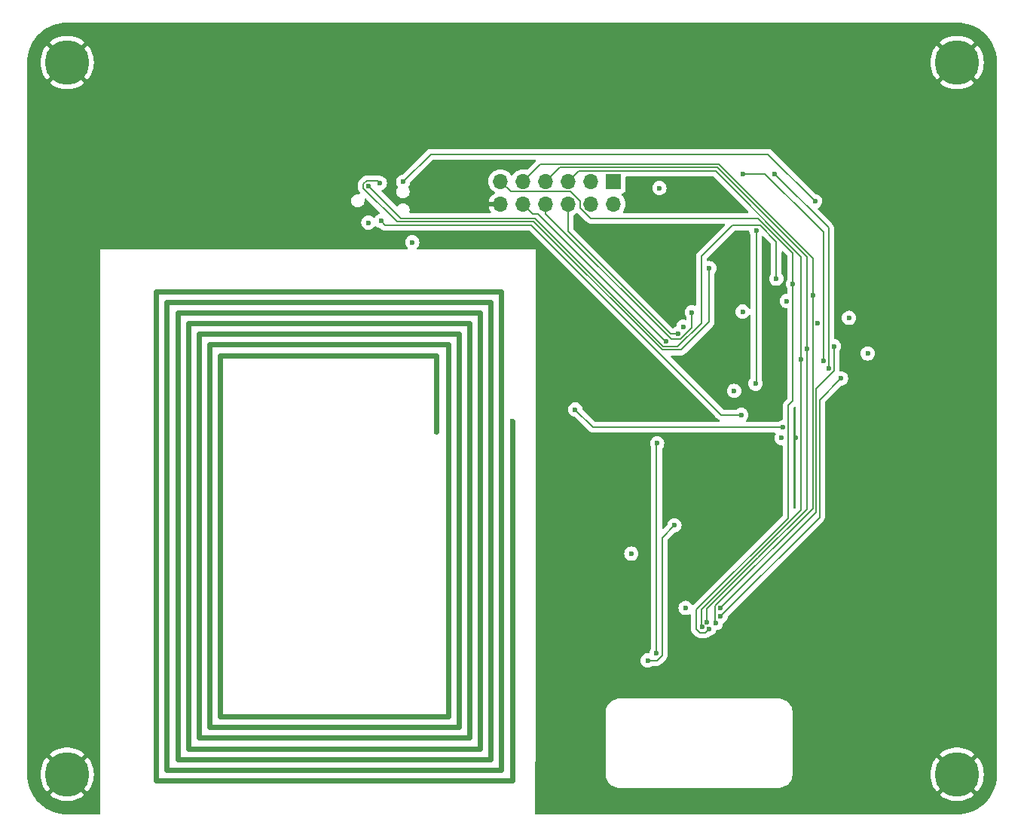
<source format=gbr>
%TF.GenerationSoftware,KiCad,Pcbnew,8.0.2*%
%TF.CreationDate,2024-11-12T22:45:40-05:00*%
%TF.ProjectId,Ecardz-Proto,45636172-647a-42d5-9072-6f746f2e6b69,rev?*%
%TF.SameCoordinates,Original*%
%TF.FileFunction,Copper,L4,Bot*%
%TF.FilePolarity,Positive*%
%FSLAX46Y46*%
G04 Gerber Fmt 4.6, Leading zero omitted, Abs format (unit mm)*
G04 Created by KiCad (PCBNEW 8.0.2) date 2024-11-12 22:45:40*
%MOMM*%
%LPD*%
G01*
G04 APERTURE LIST*
%TA.AperFunction,ComponentPad*%
%ADD10C,2.900000*%
%TD*%
%TA.AperFunction,ConnectorPad*%
%ADD11C,5.000000*%
%TD*%
%TA.AperFunction,ComponentPad*%
%ADD12R,1.700000X1.700000*%
%TD*%
%TA.AperFunction,ComponentPad*%
%ADD13O,1.700000X1.700000*%
%TD*%
%TA.AperFunction,ViaPad*%
%ADD14C,0.600000*%
%TD*%
%TA.AperFunction,Conductor*%
%ADD15C,0.200000*%
%TD*%
%TA.AperFunction,Conductor*%
%ADD16C,0.600000*%
%TD*%
G04 APERTURE END LIST*
D10*
%TO.P,H2,1,1*%
%TO.N,GND*%
X50000000Y-130000000D03*
D11*
X50000000Y-130000000D03*
%TD*%
D10*
%TO.P,H3,1,1*%
%TO.N,GND*%
X150000000Y-50000000D03*
D11*
X150000000Y-50000000D03*
%TD*%
D12*
%TO.P,J1,1,Pin_1*%
%TO.N,/STM/SPI_EINK_SCL_RPI*%
X111400000Y-63360000D03*
D13*
%TO.P,J1,2,Pin_2*%
%TO.N,+3.3V*%
X111400000Y-65900000D03*
%TO.P,J1,3,Pin_3*%
%TO.N,/STM/SPI_EINK_SDA_RPI*%
X108860000Y-63360000D03*
%TO.P,J1,4,Pin_4*%
%TO.N,unconnected-(J1-Pin_4-Pad4)*%
X108860000Y-65900000D03*
%TO.P,J1,5,Pin_5*%
%TO.N,/EINK/D{slash}C#*%
X106320000Y-63360000D03*
%TO.P,J1,6,Pin_6*%
%TO.N,/STM/I2C_NFC_SDA_RPI*%
X106320000Y-65900000D03*
%TO.P,J1,7,Pin_7*%
%TO.N,/EINK/CS#*%
X103780000Y-63360000D03*
%TO.P,J1,8,Pin_8*%
%TO.N,/STM/I2C_NFC_SCL_RPI*%
X103780000Y-65900000D03*
%TO.P,J1,9,Pin_9*%
%TO.N,/EINK/BUSY*%
X101240000Y-63360000D03*
%TO.P,J1,10,Pin_10*%
%TO.N,/STM/NFC_BUSY*%
X101240000Y-65900000D03*
%TO.P,J1,11,Pin_11*%
%TO.N,/EINK/RES#*%
X98700000Y-63360000D03*
%TO.P,J1,12,Pin_12*%
%TO.N,GND*%
X98700000Y-65900000D03*
%TD*%
D10*
%TO.P,H1,1,1*%
%TO.N,GND*%
X50000000Y-50000000D03*
D11*
X50000000Y-50000000D03*
%TD*%
D10*
%TO.P,H4,1,1*%
%TO.N,GND*%
X150000000Y-130000000D03*
D11*
X150000000Y-130000000D03*
%TD*%
D14*
%TO.N,GND*%
X137000000Y-99000000D03*
X140000000Y-86000000D03*
X141000000Y-82000000D03*
X141000000Y-77000000D03*
X141000000Y-72000000D03*
X142000000Y-69000000D03*
X140000000Y-65000000D03*
X136000000Y-61000000D03*
X136000000Y-58000000D03*
X132000000Y-58000000D03*
X86000000Y-58000000D03*
X91000000Y-58000000D03*
X96000000Y-58000000D03*
X101000000Y-58000000D03*
X106000000Y-58000000D03*
X111094389Y-58025742D03*
X117000000Y-58000000D03*
X122000000Y-58000000D03*
X127000000Y-58000000D03*
X133000000Y-63000000D03*
X136000000Y-66000000D03*
X138000000Y-75000000D03*
X138000000Y-70000000D03*
X124000000Y-76000000D03*
X124000000Y-72000000D03*
X109000000Y-95000000D03*
X114000000Y-95000000D03*
X120000000Y-89000000D03*
X120000000Y-75000000D03*
X119000000Y-71000000D03*
X108000000Y-83000000D03*
X107000000Y-92000000D03*
X112000000Y-95000000D03*
X104000000Y-99000000D03*
X108000000Y-107000000D03*
X125000000Y-98000000D03*
X127000000Y-101000000D03*
X122000000Y-104000000D03*
X120000000Y-105000000D03*
X130000000Y-100000000D03*
X125000000Y-100000000D03*
X130000000Y-95000000D03*
X80000000Y-55000000D03*
X85000000Y-55000000D03*
X90000000Y-55000000D03*
X95000000Y-55000000D03*
X100000000Y-55000000D03*
X105000000Y-55000000D03*
X110000000Y-55000000D03*
X115000000Y-55000000D03*
X120000000Y-55000000D03*
X125000000Y-55000000D03*
X130000000Y-55000000D03*
X135000000Y-55000000D03*
X140000000Y-60000000D03*
X145000000Y-65000000D03*
X145000000Y-70000000D03*
X145000000Y-75000000D03*
X145000000Y-80000000D03*
X145000000Y-85000000D03*
X140000000Y-90000000D03*
X140000000Y-95000000D03*
X140000000Y-100000000D03*
X135000000Y-105000000D03*
X130000000Y-110000000D03*
X135000000Y-115000000D03*
X135000000Y-120000000D03*
X130000000Y-120000000D03*
X125000000Y-120000000D03*
X120000000Y-120000000D03*
X110000000Y-125000000D03*
X105000000Y-125000000D03*
X105000000Y-120000000D03*
X105000000Y-115000000D03*
X105000000Y-110000000D03*
X105000000Y-105000000D03*
X110000000Y-110000000D03*
X90000000Y-60000000D03*
X80000000Y-60000000D03*
X80000000Y-65000000D03*
X80000000Y-70000000D03*
X108520000Y-80380000D03*
X108300000Y-85060000D03*
X103590000Y-71840000D03*
X103100000Y-87905000D03*
X113070000Y-82690000D03*
X89860000Y-66300000D03*
X105000000Y-94000000D03*
X135700000Y-91200000D03*
X134360000Y-79300000D03*
X120000000Y-106500000D03*
X114500000Y-105000000D03*
X113140000Y-80780000D03*
X118240000Y-117240000D03*
X123260000Y-64700000D03*
X109780000Y-69040000D03*
X97780000Y-69170000D03*
X120800000Y-85600000D03*
X114380000Y-74140000D03*
X125000000Y-105500000D03*
X111760000Y-79510000D03*
X123249167Y-86500000D03*
X122500000Y-106500000D03*
X109670000Y-77110000D03*
X114500000Y-101500000D03*
X110880000Y-81260000D03*
X111750000Y-72150000D03*
X126500000Y-74660000D03*
X136900000Y-89800000D03*
X126000000Y-92100000D03*
X124000000Y-102500000D03*
X123760000Y-92070000D03*
X131870000Y-92180000D03*
X122560000Y-66020000D03*
X90260000Y-64200000D03*
X91130000Y-69120000D03*
X121000000Y-102500000D03*
X112500000Y-106500000D03*
X122560000Y-68690000D03*
X128450000Y-92180000D03*
X128460000Y-86000000D03*
%TO.N,VDD*%
X119240000Y-79700000D03*
X124960000Y-86900000D03*
X88780000Y-70200000D03*
X116560000Y-64100000D03*
X130860000Y-76800000D03*
X119500000Y-111300000D03*
X125900000Y-78000000D03*
X137860000Y-78700000D03*
X113400000Y-105200000D03*
X83860000Y-68000000D03*
X139960000Y-82700000D03*
X130300000Y-92200000D03*
%TO.N,/EINK/VGH*%
X116300000Y-92800000D03*
X116240000Y-116400000D03*
%TO.N,/EINK/VGL*%
X118240000Y-102000000D03*
X115240000Y-117200000D03*
%TO.N,/STM/I2C_NFC_SCL_RPI*%
X120210000Y-78080000D03*
%TO.N,/STM/NFC_BUSY*%
X117319757Y-81340001D03*
%TO.N,/STM/I2C_NFC_SDA_RPI*%
X118660000Y-80460000D03*
%TO.N,/EINK/CS#*%
X133100000Y-82150000D03*
X121917206Y-112877206D03*
%TO.N,/EINK/BUSY*%
X122900000Y-113000000D03*
X133800000Y-76200000D03*
%TO.N,/EINK/RES#*%
X122137560Y-113646263D03*
X131560000Y-74900000D03*
%TO.N,/EINK/D{slash}C#*%
X132500000Y-83350000D03*
X121340000Y-113454414D03*
%TO.N,/EINK/SCL*%
X136960000Y-85500000D03*
X123440000Y-112200000D03*
%TO.N,/EINK/SDA*%
X136160000Y-81887500D03*
X123440000Y-111300000D03*
%TO.N,/STM/NRST_TAG*%
X125760000Y-89600000D03*
X85260000Y-67800000D03*
%TO.N,/STM/SWCLK_TAG*%
X85150000Y-63550000D03*
X122160000Y-73100000D03*
%TO.N,/STM/SWDIO_TAG*%
X83900000Y-63900000D03*
X129700000Y-74300000D03*
%TO.N,/STM/SWO_TAG*%
X134060000Y-65600000D03*
X87760000Y-63400000D03*
%TO.N,/STM/T_VCP_TX*%
X129500000Y-62500000D03*
X135560000Y-84400000D03*
%TO.N,/STM/T_VCP_RX*%
X125900000Y-62500000D03*
X134960000Y-83500000D03*
%TO.N,/STM/NRST*%
X127446662Y-68902696D03*
X127360000Y-86100000D03*
%TO.N,/NFC/V_E_HARVEST*%
X130400000Y-91000000D03*
X107100000Y-89000000D03*
%TO.N,Net-(IC1-AC0)*%
X91510000Y-91510000D03*
X100000000Y-90310000D03*
%TD*%
D15*
%TO.N,/EINK/RES#*%
X131560000Y-88000000D02*
X131560000Y-74900000D01*
X120700000Y-113662943D02*
X120700000Y-111494413D01*
X131000000Y-88560000D02*
X131560000Y-88000000D01*
X121091471Y-114054414D02*
X120700000Y-113662943D01*
X121729409Y-114054414D02*
X121091471Y-114054414D01*
X131000000Y-101194413D02*
X131000000Y-88560000D01*
X122137560Y-113646263D02*
X121729409Y-114054414D01*
X120700000Y-111494413D02*
X131000000Y-101194413D01*
%TO.N,/STM/I2C_NFC_SDA_RPI*%
X106320000Y-68982598D02*
X106320000Y-65900000D01*
X118660000Y-80460000D02*
X117797402Y-80460000D01*
X117797402Y-80460000D02*
X106320000Y-68982598D01*
%TO.N,/EINK/BUSY*%
X103200000Y-61400000D02*
X101240000Y-63360000D01*
X123222744Y-61400000D02*
X103200000Y-61400000D01*
X133800000Y-71977256D02*
X123222744Y-61400000D01*
X133800000Y-76200000D02*
X133800000Y-71977256D01*
X122840000Y-112940000D02*
X122900000Y-113000000D01*
X133780000Y-100111471D02*
X122840000Y-111051471D01*
X133780000Y-76220000D02*
X133780000Y-100111471D01*
X122840000Y-111051471D02*
X122840000Y-112940000D01*
X133800000Y-76200000D02*
X133780000Y-76220000D01*
%TO.N,/EINK/VGH*%
X116240000Y-92860000D02*
X116240000Y-116400000D01*
X116300000Y-92800000D02*
X116240000Y-92860000D01*
%TO.N,/EINK/VGL*%
X116840000Y-103400000D02*
X116840000Y-116648529D01*
X116840000Y-116648529D02*
X116288529Y-117200000D01*
X118240000Y-102000000D02*
X116840000Y-103400000D01*
X116288529Y-117200000D02*
X115240000Y-117200000D01*
%TO.N,/STM/I2C_NFC_SCL_RPI*%
X118900000Y-81100000D02*
X117900000Y-81100000D01*
X120210000Y-79790000D02*
X118900000Y-81100000D01*
X117900000Y-81100000D02*
X103780000Y-66980000D01*
X103780000Y-66980000D02*
X103780000Y-65900000D01*
X120210000Y-78080000D02*
X120210000Y-79790000D01*
%TO.N,/STM/NFC_BUSY*%
X102340000Y-67000000D02*
X101240000Y-65900000D01*
X117200000Y-81300000D02*
X102900000Y-67000000D01*
X102900000Y-67000000D02*
X102340000Y-67000000D01*
%TO.N,/EINK/CS#*%
X105340000Y-61800000D02*
X103780000Y-63360000D01*
X121917206Y-111408579D02*
X121917206Y-112877206D01*
X133100000Y-71842942D02*
X123057058Y-61800000D01*
X133100000Y-100225786D02*
X133100000Y-82150000D01*
X127662893Y-105662893D02*
X121917206Y-111408579D01*
X127662893Y-105662893D02*
X133100000Y-100225786D01*
X133100000Y-82150000D02*
X133100000Y-71842942D01*
X123057058Y-61800000D02*
X105340000Y-61800000D01*
%TO.N,/EINK/RES#*%
X127625686Y-67500000D02*
X109960000Y-67500000D01*
X108833654Y-67500000D02*
X107660000Y-66326346D01*
X106556346Y-64510000D02*
X99850000Y-64510000D01*
X107660000Y-66326346D02*
X107660000Y-65613654D01*
X107660000Y-65613654D02*
X106556346Y-64510000D01*
X99850000Y-64510000D02*
X98700000Y-63360000D01*
X131560000Y-71434314D02*
X127625686Y-67500000D01*
X131560000Y-74900000D02*
X131560000Y-71434314D01*
X109960000Y-67500000D02*
X108833654Y-67500000D01*
X131560000Y-74900000D02*
X131537500Y-74922500D01*
%TO.N,/EINK/D{slash}C#*%
X132500000Y-71808628D02*
X122891372Y-62200000D01*
X121317206Y-113431620D02*
X121317206Y-111442893D01*
X107480000Y-62200000D02*
X106320000Y-63360000D01*
X132500000Y-100260099D02*
X132500000Y-83350000D01*
X121340000Y-113454414D02*
X121317206Y-113431620D01*
X121317206Y-111442893D02*
X132500000Y-100260099D01*
X122891372Y-62200000D02*
X107480000Y-62200000D01*
X132500000Y-83350000D02*
X132500000Y-71808628D01*
%TO.N,/EINK/SCL*%
X134540000Y-101100000D02*
X134540000Y-87920000D01*
X123440000Y-112200000D02*
X134540000Y-101100000D01*
X134540000Y-87920000D02*
X136960000Y-85500000D01*
%TO.N,/EINK/SDA*%
X123440000Y-111300000D02*
X134160000Y-100580000D01*
X134160000Y-100580000D02*
X134160000Y-86648529D01*
X136160000Y-84648529D02*
X136160000Y-81887500D01*
X134160000Y-86648529D02*
X136160000Y-84648529D01*
%TO.N,/STM/NRST_TAG*%
X102180000Y-68280000D02*
X123500000Y-89600000D01*
X85744387Y-68284387D02*
X86275858Y-68284387D01*
X86275858Y-68284387D02*
X86280245Y-68280000D01*
X85260000Y-67800000D02*
X85744387Y-68284387D01*
X86280245Y-68280000D02*
X102180000Y-68280000D01*
X123500000Y-89600000D02*
X125760000Y-89600000D01*
%TO.N,/STM/SWCLK_TAG*%
X83651471Y-63300000D02*
X84900000Y-63300000D01*
X84900000Y-63300000D02*
X85150000Y-63550000D01*
X85200000Y-63600000D02*
X85150000Y-63550000D01*
X119000000Y-82300000D02*
X116842354Y-82300000D01*
X122160000Y-73100000D02*
X122160000Y-79140000D01*
X116842354Y-82300000D02*
X102442354Y-67900000D01*
X87051471Y-67900000D02*
X83300000Y-64148529D01*
X83300000Y-64148529D02*
X83300000Y-63651471D01*
X122160000Y-79140000D02*
X119000000Y-82300000D01*
X122160000Y-73100000D02*
X122100000Y-73100000D01*
X102442354Y-67900000D02*
X87051471Y-67900000D01*
X83300000Y-63651471D02*
X83651471Y-63300000D01*
%TO.N,/STM/SWDIO_TAG*%
X129700000Y-70140000D02*
X127860000Y-68300000D01*
X118617402Y-81920000D02*
X116999756Y-81920000D01*
X116999756Y-81920000D02*
X102579756Y-67500000D01*
X102579756Y-67500000D02*
X87493565Y-67500000D01*
X121260000Y-79277402D02*
X118617402Y-81920000D01*
X87493565Y-67500000D02*
X83900000Y-63906435D01*
X83900000Y-63906435D02*
X83900000Y-63900000D01*
X121260000Y-71791471D02*
X121260000Y-79277402D01*
X129700000Y-74300000D02*
X129700000Y-70140000D01*
X127860000Y-68300000D02*
X124751471Y-68300000D01*
X124751471Y-68300000D02*
X121260000Y-71791471D01*
%TO.N,/STM/SWO_TAG*%
X90860000Y-60300000D02*
X128760000Y-60300000D01*
X128760000Y-60300000D02*
X134060000Y-65600000D01*
X87760000Y-63400000D02*
X90860000Y-60300000D01*
%TO.N,/STM/T_VCP_TX*%
X135560000Y-84400000D02*
X135560000Y-68560000D01*
X135560000Y-68560000D02*
X129500000Y-62500000D01*
%TO.N,/STM/T_VCP_RX*%
X134960000Y-69060000D02*
X133800000Y-67900000D01*
X134960000Y-83500000D02*
X134960000Y-69060000D01*
X128400000Y-62500000D02*
X125900000Y-62500000D01*
X133800000Y-67900000D02*
X128400000Y-62500000D01*
%TO.N,/STM/NRST*%
X127360000Y-86100000D02*
X127423458Y-86036542D01*
X127423458Y-86036542D02*
X127423458Y-68925900D01*
X127423458Y-68925900D02*
X127446662Y-68902696D01*
%TO.N,/NFC/V_E_HARVEST*%
X109100000Y-91000000D02*
X107100000Y-89000000D01*
X130400000Y-91000000D02*
X109100000Y-91000000D01*
D16*
%TO.N,Net-(IC1-AC0)*%
X97600000Y-128300000D02*
X62400000Y-128300000D01*
X62400000Y-128300000D02*
X62400000Y-78100000D01*
X96400000Y-78100000D02*
X96400000Y-127100000D01*
X64800000Y-125900000D02*
X64800000Y-80500000D01*
X92800000Y-81700000D02*
X92800000Y-123500000D01*
X61200000Y-76900000D02*
X97600000Y-76900000D01*
X64800000Y-80500000D02*
X94000000Y-80500000D01*
X96400000Y-127100000D02*
X63600000Y-127100000D01*
X98800000Y-75700000D02*
X98800000Y-129500000D01*
X95200000Y-79300000D02*
X95200000Y-125900000D01*
X91500000Y-91500000D02*
X91510000Y-91510000D01*
X97600000Y-76900000D02*
X97600000Y-128300000D01*
X60000000Y-75700000D02*
X98800000Y-75700000D01*
X62400000Y-78100000D02*
X96400000Y-78100000D01*
X94000000Y-124700000D02*
X66000000Y-124700000D01*
X98800000Y-129500000D02*
X61200000Y-129500000D01*
X66000000Y-124700000D02*
X66000000Y-81700000D01*
X95200000Y-125900000D02*
X64800000Y-125900000D01*
X91500000Y-82900000D02*
X91500000Y-91500000D01*
X63600000Y-79300000D02*
X95200000Y-79300000D01*
X60000000Y-130700000D02*
X60000000Y-75700000D01*
X66000000Y-81700000D02*
X92800000Y-81700000D01*
X61200000Y-129500000D02*
X61200000Y-76900000D01*
X63600000Y-127100000D02*
X63600000Y-79300000D01*
X100000000Y-90310000D02*
X100000000Y-130700000D01*
X67200000Y-82900000D02*
X91500000Y-82900000D01*
X92800000Y-123500000D02*
X67200000Y-123500000D01*
X67200000Y-123500000D02*
X67200000Y-82900000D01*
X94000000Y-80500000D02*
X94000000Y-124700000D01*
X100000000Y-130700000D02*
X60000000Y-130700000D01*
%TD*%
%TA.AperFunction,Conductor*%
%TO.N,GND*%
G36*
X131818834Y-88692915D02*
G01*
X131874767Y-88734787D01*
X131899184Y-88800251D01*
X131899500Y-88809097D01*
X131899500Y-99960002D01*
X131879815Y-100027041D01*
X131863181Y-100047683D01*
X131812181Y-100098683D01*
X131750858Y-100132168D01*
X131681166Y-100127184D01*
X131625233Y-100085312D01*
X131600816Y-100019848D01*
X131600500Y-100011002D01*
X131600500Y-88860097D01*
X131620185Y-88793058D01*
X131636819Y-88772416D01*
X131687819Y-88721416D01*
X131749142Y-88687931D01*
X131818834Y-88692915D01*
G37*
%TD.AperFunction*%
%TA.AperFunction,Conductor*%
G36*
X126597075Y-68920185D02*
G01*
X126642830Y-68972989D01*
X126653256Y-69010617D01*
X126661292Y-69081945D01*
X126661293Y-69081950D01*
X126720873Y-69252219D01*
X126803952Y-69384437D01*
X126822958Y-69450409D01*
X126822958Y-77533856D01*
X126803273Y-77600895D01*
X126750469Y-77646650D01*
X126681311Y-77656594D01*
X126617755Y-77627569D01*
X126593965Y-77599829D01*
X126529817Y-77497739D01*
X126402262Y-77370184D01*
X126249523Y-77274211D01*
X126079254Y-77214631D01*
X126079249Y-77214630D01*
X125900004Y-77194435D01*
X125899996Y-77194435D01*
X125720750Y-77214630D01*
X125720745Y-77214631D01*
X125550476Y-77274211D01*
X125397737Y-77370184D01*
X125270184Y-77497737D01*
X125174211Y-77650476D01*
X125114631Y-77820745D01*
X125114630Y-77820750D01*
X125094435Y-77999996D01*
X125094435Y-78000003D01*
X125114630Y-78179249D01*
X125114631Y-78179254D01*
X125174211Y-78349523D01*
X125224478Y-78429522D01*
X125270184Y-78502262D01*
X125397738Y-78629816D01*
X125550478Y-78725789D01*
X125720745Y-78785368D01*
X125720750Y-78785369D01*
X125899996Y-78805565D01*
X125900000Y-78805565D01*
X125900004Y-78805565D01*
X126079249Y-78785369D01*
X126079252Y-78785368D01*
X126079255Y-78785368D01*
X126249522Y-78725789D01*
X126402262Y-78629816D01*
X126529816Y-78502262D01*
X126593964Y-78400170D01*
X126646299Y-78353880D01*
X126715352Y-78343232D01*
X126779201Y-78371607D01*
X126817573Y-78429997D01*
X126822958Y-78466143D01*
X126822958Y-85453602D01*
X126803273Y-85520641D01*
X126786639Y-85541283D01*
X126730184Y-85597737D01*
X126634211Y-85750476D01*
X126574631Y-85920745D01*
X126574630Y-85920750D01*
X126554435Y-86099996D01*
X126554435Y-86100003D01*
X126574630Y-86279249D01*
X126574631Y-86279254D01*
X126634211Y-86449523D01*
X126697646Y-86550478D01*
X126730184Y-86602262D01*
X126857738Y-86729816D01*
X127010478Y-86825789D01*
X127180745Y-86885368D01*
X127180750Y-86885369D01*
X127359996Y-86905565D01*
X127360000Y-86905565D01*
X127360004Y-86905565D01*
X127539249Y-86885369D01*
X127539252Y-86885368D01*
X127539255Y-86885368D01*
X127709522Y-86825789D01*
X127862262Y-86729816D01*
X127989816Y-86602262D01*
X128085789Y-86449522D01*
X128145368Y-86279255D01*
X128162206Y-86129815D01*
X128165565Y-86100003D01*
X128165565Y-86099996D01*
X128145369Y-85920750D01*
X128145366Y-85920737D01*
X128085790Y-85750479D01*
X128042964Y-85682321D01*
X128023958Y-85616350D01*
X128023958Y-69612555D01*
X128043643Y-69545516D01*
X128096447Y-69499761D01*
X128165605Y-69489817D01*
X128229161Y-69518842D01*
X128235639Y-69524874D01*
X129063181Y-70352416D01*
X129096666Y-70413739D01*
X129099500Y-70440097D01*
X129099500Y-73717587D01*
X129079815Y-73784626D01*
X129072450Y-73794896D01*
X129070186Y-73797734D01*
X128974211Y-73950476D01*
X128914631Y-74120745D01*
X128914630Y-74120750D01*
X128894435Y-74299996D01*
X128894435Y-74300003D01*
X128914630Y-74479249D01*
X128914631Y-74479254D01*
X128974211Y-74649523D01*
X129070184Y-74802262D01*
X129197738Y-74929816D01*
X129350478Y-75025789D01*
X129503258Y-75079249D01*
X129520745Y-75085368D01*
X129520750Y-75085369D01*
X129699996Y-75105565D01*
X129700000Y-75105565D01*
X129700004Y-75105565D01*
X129879249Y-75085369D01*
X129879252Y-75085368D01*
X129879255Y-75085368D01*
X130049522Y-75025789D01*
X130202262Y-74929816D01*
X130329816Y-74802262D01*
X130425789Y-74649522D01*
X130485368Y-74479255D01*
X130497856Y-74368422D01*
X130505565Y-74300003D01*
X130505565Y-74299996D01*
X130485369Y-74120750D01*
X130485368Y-74120745D01*
X130425788Y-73950476D01*
X130329813Y-73797734D01*
X130327550Y-73794896D01*
X130326659Y-73792715D01*
X130326111Y-73791842D01*
X130326264Y-73791745D01*
X130301144Y-73730209D01*
X130300500Y-73717587D01*
X130300500Y-71323411D01*
X130320185Y-71256372D01*
X130372989Y-71210617D01*
X130442147Y-71200673D01*
X130505703Y-71229698D01*
X130512181Y-71235730D01*
X130923181Y-71646730D01*
X130956666Y-71708053D01*
X130959500Y-71734411D01*
X130959500Y-74317587D01*
X130939815Y-74384626D01*
X130932450Y-74394896D01*
X130930186Y-74397734D01*
X130834211Y-74550476D01*
X130774631Y-74720745D01*
X130774630Y-74720750D01*
X130754435Y-74899996D01*
X130754435Y-74900003D01*
X130774630Y-75079249D01*
X130774631Y-75079254D01*
X130834211Y-75249523D01*
X130930185Y-75402263D01*
X130932445Y-75405097D01*
X130933334Y-75407275D01*
X130933889Y-75408158D01*
X130933734Y-75408255D01*
X130958855Y-75469783D01*
X130959500Y-75482412D01*
X130959500Y-75872410D01*
X130939815Y-75939449D01*
X130887011Y-75985204D01*
X130849384Y-75995630D01*
X130680749Y-76014630D01*
X130680745Y-76014631D01*
X130510476Y-76074211D01*
X130357737Y-76170184D01*
X130230184Y-76297737D01*
X130134211Y-76450476D01*
X130074631Y-76620745D01*
X130074630Y-76620750D01*
X130054435Y-76799996D01*
X130054435Y-76800003D01*
X130074630Y-76979249D01*
X130074631Y-76979254D01*
X130134211Y-77149523D01*
X130175122Y-77214632D01*
X130230184Y-77302262D01*
X130357738Y-77429816D01*
X130448080Y-77486582D01*
X130465833Y-77497737D01*
X130510478Y-77525789D01*
X130658937Y-77577737D01*
X130680745Y-77585368D01*
X130680750Y-77585369D01*
X130849383Y-77604369D01*
X130913797Y-77631435D01*
X130953352Y-77689030D01*
X130959500Y-77727589D01*
X130959500Y-87699901D01*
X130939815Y-87766940D01*
X130923181Y-87787582D01*
X130624214Y-88086548D01*
X130624215Y-88086549D01*
X130519477Y-88191287D01*
X130496099Y-88231782D01*
X130496098Y-88231784D01*
X130440423Y-88328215D01*
X130399499Y-88480943D01*
X130399499Y-88480945D01*
X130399499Y-88649046D01*
X130399500Y-88649059D01*
X130399500Y-90083677D01*
X130379815Y-90150716D01*
X130327011Y-90196471D01*
X130289384Y-90206897D01*
X130220750Y-90214630D01*
X130050478Y-90274210D01*
X129897736Y-90370185D01*
X129894903Y-90372445D01*
X129892724Y-90373334D01*
X129891842Y-90373889D01*
X129891744Y-90373734D01*
X129830217Y-90398855D01*
X129817588Y-90399500D01*
X126391940Y-90399500D01*
X126324901Y-90379815D01*
X126279146Y-90327011D01*
X126269202Y-90257853D01*
X126298227Y-90194297D01*
X126304259Y-90187819D01*
X126341362Y-90150716D01*
X126389816Y-90102262D01*
X126485789Y-89949522D01*
X126545368Y-89779255D01*
X126565565Y-89600000D01*
X126545368Y-89420745D01*
X126485789Y-89250478D01*
X126389816Y-89097738D01*
X126262262Y-88970184D01*
X126182621Y-88920142D01*
X126109523Y-88874211D01*
X125939254Y-88814631D01*
X125939249Y-88814630D01*
X125760004Y-88794435D01*
X125759996Y-88794435D01*
X125580750Y-88814630D01*
X125580745Y-88814631D01*
X125410476Y-88874211D01*
X125257736Y-88970185D01*
X125254903Y-88972445D01*
X125252724Y-88973334D01*
X125251842Y-88973889D01*
X125251744Y-88973734D01*
X125190217Y-88998855D01*
X125177588Y-88999500D01*
X123800097Y-88999500D01*
X123733058Y-88979815D01*
X123712416Y-88963181D01*
X121649231Y-86899996D01*
X124154435Y-86899996D01*
X124154435Y-86900003D01*
X124174630Y-87079249D01*
X124174631Y-87079254D01*
X124234211Y-87249523D01*
X124330184Y-87402262D01*
X124457738Y-87529816D01*
X124610478Y-87625789D01*
X124780745Y-87685368D01*
X124780750Y-87685369D01*
X124959996Y-87705565D01*
X124960000Y-87705565D01*
X124960004Y-87705565D01*
X125139249Y-87685369D01*
X125139252Y-87685368D01*
X125139255Y-87685368D01*
X125309522Y-87625789D01*
X125462262Y-87529816D01*
X125589816Y-87402262D01*
X125685789Y-87249522D01*
X125745368Y-87079255D01*
X125765565Y-86900000D01*
X125763916Y-86885369D01*
X125745369Y-86720750D01*
X125745368Y-86720745D01*
X125685788Y-86550476D01*
X125589815Y-86397737D01*
X125462262Y-86270184D01*
X125309523Y-86174211D01*
X125139254Y-86114631D01*
X125139249Y-86114630D01*
X124960004Y-86094435D01*
X124959996Y-86094435D01*
X124780750Y-86114630D01*
X124780745Y-86114631D01*
X124610476Y-86174211D01*
X124457737Y-86270184D01*
X124330184Y-86397737D01*
X124234211Y-86550476D01*
X124174631Y-86720745D01*
X124174630Y-86720750D01*
X124154435Y-86899996D01*
X121649231Y-86899996D01*
X117861416Y-83112181D01*
X117827931Y-83050858D01*
X117832915Y-82981166D01*
X117874787Y-82925233D01*
X117940251Y-82900816D01*
X117949097Y-82900500D01*
X118913331Y-82900500D01*
X118913347Y-82900501D01*
X118920943Y-82900501D01*
X119079054Y-82900501D01*
X119079057Y-82900501D01*
X119231785Y-82859577D01*
X119298328Y-82821158D01*
X119368716Y-82780520D01*
X119480520Y-82668716D01*
X119480520Y-82668714D01*
X119490724Y-82658511D01*
X119490728Y-82658506D01*
X122518506Y-79630728D01*
X122518511Y-79630724D01*
X122528714Y-79620520D01*
X122528716Y-79620520D01*
X122640520Y-79508716D01*
X122705898Y-79395477D01*
X122719577Y-79371785D01*
X122760501Y-79219057D01*
X122760501Y-79060943D01*
X122760501Y-79053348D01*
X122760500Y-79053330D01*
X122760500Y-73682412D01*
X122780185Y-73615373D01*
X122787555Y-73605097D01*
X122789810Y-73602267D01*
X122789816Y-73602262D01*
X122885789Y-73449522D01*
X122945368Y-73279255D01*
X122965565Y-73100000D01*
X122945368Y-72920745D01*
X122885789Y-72750478D01*
X122789816Y-72597738D01*
X122662262Y-72470184D01*
X122509523Y-72374211D01*
X122339254Y-72314631D01*
X122339249Y-72314630D01*
X122160004Y-72294435D01*
X122159996Y-72294435D01*
X121998383Y-72312644D01*
X121929561Y-72300589D01*
X121878182Y-72253240D01*
X121860500Y-72189424D01*
X121860500Y-72091568D01*
X121880185Y-72024529D01*
X121896819Y-72003887D01*
X124963888Y-68936819D01*
X125025211Y-68903334D01*
X125051569Y-68900500D01*
X126530036Y-68900500D01*
X126597075Y-68920185D01*
G37*
%TD.AperFunction*%
%TA.AperFunction,Conductor*%
G36*
X107350489Y-66881918D02*
G01*
X107394838Y-66910419D01*
X108348793Y-67864374D01*
X108348803Y-67864385D01*
X108353133Y-67868715D01*
X108353134Y-67868716D01*
X108464938Y-67980520D01*
X108464940Y-67980521D01*
X108464944Y-67980524D01*
X108601863Y-68059573D01*
X108601870Y-68059577D01*
X108713673Y-68089534D01*
X108754596Y-68100500D01*
X108754597Y-68100500D01*
X109880943Y-68100500D01*
X123802373Y-68100500D01*
X123869412Y-68120185D01*
X123915167Y-68172989D01*
X123925111Y-68242147D01*
X123896086Y-68305703D01*
X123890054Y-68312181D01*
X120779481Y-71422753D01*
X120779480Y-71422755D01*
X120736768Y-71496736D01*
X120729361Y-71509565D01*
X120729359Y-71509567D01*
X120700425Y-71559680D01*
X120700424Y-71559681D01*
X120700423Y-71559686D01*
X120659499Y-71712414D01*
X120659499Y-71712416D01*
X120659499Y-71880517D01*
X120659500Y-71880530D01*
X120659500Y-77214432D01*
X120639815Y-77281471D01*
X120587011Y-77327226D01*
X120517853Y-77337170D01*
X120494546Y-77331474D01*
X120389257Y-77294632D01*
X120389249Y-77294630D01*
X120210004Y-77274435D01*
X120209996Y-77274435D01*
X120030750Y-77294630D01*
X120030745Y-77294631D01*
X119860476Y-77354211D01*
X119707737Y-77450184D01*
X119580184Y-77577737D01*
X119484211Y-77730476D01*
X119424631Y-77900745D01*
X119424630Y-77900750D01*
X119404435Y-78079996D01*
X119404435Y-78080003D01*
X119424630Y-78259249D01*
X119424631Y-78259254D01*
X119484211Y-78429523D01*
X119580185Y-78582263D01*
X119582445Y-78585097D01*
X119583334Y-78587275D01*
X119583889Y-78588158D01*
X119583734Y-78588255D01*
X119608855Y-78649783D01*
X119609500Y-78662412D01*
X119609500Y-78806439D01*
X119589815Y-78873478D01*
X119537011Y-78919233D01*
X119467853Y-78929177D01*
X119444547Y-78923481D01*
X119419260Y-78914633D01*
X119419249Y-78914630D01*
X119240004Y-78894435D01*
X119239996Y-78894435D01*
X119060750Y-78914630D01*
X119060745Y-78914631D01*
X118890476Y-78974211D01*
X118737737Y-79070184D01*
X118610184Y-79197737D01*
X118514210Y-79350478D01*
X118454630Y-79520750D01*
X118444232Y-79613036D01*
X118417165Y-79677450D01*
X118361969Y-79716193D01*
X118310474Y-79734212D01*
X118154927Y-79831949D01*
X118087690Y-79850949D01*
X118020855Y-79830581D01*
X118001274Y-79814636D01*
X106956819Y-68770181D01*
X106923334Y-68708858D01*
X106920500Y-68682500D01*
X106920500Y-67189090D01*
X106940185Y-67122051D01*
X106992101Y-67076706D01*
X106997830Y-67074035D01*
X107191401Y-66938495D01*
X107219477Y-66910417D01*
X107280797Y-66876934D01*
X107350489Y-66881918D01*
G37*
%TD.AperFunction*%
%TA.AperFunction,Conductor*%
G36*
X122658314Y-62820185D02*
G01*
X122678956Y-62836819D01*
X126529956Y-66687819D01*
X126563441Y-66749142D01*
X126558457Y-66818834D01*
X126516585Y-66874767D01*
X126451121Y-66899184D01*
X126442275Y-66899500D01*
X112587001Y-66899500D01*
X112519962Y-66879815D01*
X112474207Y-66827011D01*
X112464263Y-66757853D01*
X112485426Y-66704376D01*
X112574035Y-66577830D01*
X112673903Y-66363663D01*
X112735063Y-66135408D01*
X112755659Y-65900000D01*
X112735063Y-65664592D01*
X112673903Y-65436337D01*
X112574035Y-65222171D01*
X112568424Y-65214158D01*
X112438496Y-65028600D01*
X112380080Y-64970184D01*
X112316567Y-64906671D01*
X112283084Y-64845351D01*
X112288068Y-64775659D01*
X112329939Y-64719725D01*
X112360915Y-64702810D01*
X112492331Y-64653796D01*
X112607546Y-64567546D01*
X112693796Y-64452331D01*
X112744091Y-64317483D01*
X112750500Y-64257873D01*
X112750500Y-64099996D01*
X115754435Y-64099996D01*
X115754435Y-64100003D01*
X115774630Y-64279249D01*
X115774631Y-64279254D01*
X115834211Y-64449523D01*
X115887314Y-64534035D01*
X115930184Y-64602262D01*
X116057738Y-64729816D01*
X116120573Y-64769298D01*
X116197860Y-64817861D01*
X116210478Y-64825789D01*
X116348480Y-64874078D01*
X116380745Y-64885368D01*
X116380750Y-64885369D01*
X116559996Y-64905565D01*
X116560000Y-64905565D01*
X116560004Y-64905565D01*
X116739249Y-64885369D01*
X116739252Y-64885368D01*
X116739255Y-64885368D01*
X116909522Y-64825789D01*
X117062262Y-64729816D01*
X117189816Y-64602262D01*
X117285789Y-64449522D01*
X117345368Y-64279255D01*
X117345671Y-64276569D01*
X117365565Y-64100003D01*
X117365565Y-64099996D01*
X117345369Y-63920750D01*
X117345368Y-63920745D01*
X117339929Y-63905200D01*
X117285789Y-63750478D01*
X117285188Y-63749522D01*
X117189815Y-63597737D01*
X117062262Y-63470184D01*
X116909523Y-63374211D01*
X116739254Y-63314631D01*
X116739249Y-63314630D01*
X116560004Y-63294435D01*
X116559996Y-63294435D01*
X116380750Y-63314630D01*
X116380745Y-63314631D01*
X116210476Y-63374211D01*
X116057737Y-63470184D01*
X115930184Y-63597737D01*
X115834211Y-63750476D01*
X115774631Y-63920745D01*
X115774630Y-63920750D01*
X115754435Y-64099996D01*
X112750500Y-64099996D01*
X112750499Y-62924499D01*
X112770184Y-62857461D01*
X112822987Y-62811706D01*
X112874499Y-62800500D01*
X122591275Y-62800500D01*
X122658314Y-62820185D01*
G37*
%TD.AperFunction*%
%TA.AperFunction,Conductor*%
G36*
X150002702Y-45500617D02*
G01*
X150386771Y-45517386D01*
X150397506Y-45518326D01*
X150775971Y-45568152D01*
X150786597Y-45570025D01*
X151159284Y-45652648D01*
X151169710Y-45655442D01*
X151533765Y-45770227D01*
X151543911Y-45773920D01*
X151896578Y-45920000D01*
X151906369Y-45924566D01*
X152244942Y-46100816D01*
X152254310Y-46106224D01*
X152576244Y-46311318D01*
X152585105Y-46317523D01*
X152887930Y-46549889D01*
X152896217Y-46556843D01*
X153177635Y-46814715D01*
X153185284Y-46822364D01*
X153443156Y-47103782D01*
X153450110Y-47112069D01*
X153682476Y-47414894D01*
X153688681Y-47423755D01*
X153893775Y-47745689D01*
X153899183Y-47755057D01*
X154075430Y-48093623D01*
X154080002Y-48103427D01*
X154226075Y-48456078D01*
X154229775Y-48466244D01*
X154344554Y-48830278D01*
X154347354Y-48840727D01*
X154429971Y-49213389D01*
X154431849Y-49224042D01*
X154481671Y-49602473D01*
X154482614Y-49613249D01*
X154499382Y-49997297D01*
X154499500Y-50002706D01*
X154499500Y-129997293D01*
X154499382Y-130002702D01*
X154482614Y-130386750D01*
X154481671Y-130397526D01*
X154431849Y-130775957D01*
X154429971Y-130786610D01*
X154347354Y-131159272D01*
X154344554Y-131169721D01*
X154229775Y-131533755D01*
X154226075Y-131543921D01*
X154080002Y-131896572D01*
X154075430Y-131906376D01*
X153899183Y-132244942D01*
X153893775Y-132254310D01*
X153688681Y-132576244D01*
X153682476Y-132585105D01*
X153450110Y-132887930D01*
X153443156Y-132896217D01*
X153185284Y-133177635D01*
X153177635Y-133185284D01*
X152896217Y-133443156D01*
X152887930Y-133450110D01*
X152585105Y-133682476D01*
X152576244Y-133688681D01*
X152254310Y-133893775D01*
X152244942Y-133899183D01*
X151906376Y-134075430D01*
X151896572Y-134080002D01*
X151543921Y-134226075D01*
X151533755Y-134229775D01*
X151169721Y-134344554D01*
X151159272Y-134347354D01*
X150786610Y-134429971D01*
X150775957Y-134431849D01*
X150397526Y-134481671D01*
X150386750Y-134482614D01*
X150002703Y-134499382D01*
X149997294Y-134499500D01*
X102724353Y-134499500D01*
X102657314Y-134479815D01*
X102611559Y-134427011D01*
X102600353Y-134375305D01*
X102600402Y-134344554D01*
X102618408Y-122892682D01*
X110499500Y-122892682D01*
X110499500Y-130107317D01*
X110530044Y-130319764D01*
X110530047Y-130319774D01*
X110590517Y-130525715D01*
X110679672Y-130720938D01*
X110679679Y-130720951D01*
X110795720Y-130901514D01*
X110936275Y-131063724D01*
X111012476Y-131129752D01*
X111098487Y-131204281D01*
X111169628Y-131250000D01*
X111279048Y-131320320D01*
X111279061Y-131320327D01*
X111474284Y-131409482D01*
X111474288Y-131409483D01*
X111474290Y-131409484D01*
X111680231Y-131469954D01*
X111680232Y-131469954D01*
X111680235Y-131469955D01*
X111743584Y-131479062D01*
X111892682Y-131500500D01*
X111892683Y-131500500D01*
X130107317Y-131500500D01*
X130107318Y-131500500D01*
X130277851Y-131475980D01*
X130319764Y-131469955D01*
X130319765Y-131469954D01*
X130319769Y-131469954D01*
X130525710Y-131409484D01*
X130525713Y-131409482D01*
X130525715Y-131409482D01*
X130720938Y-131320327D01*
X130720944Y-131320323D01*
X130720950Y-131320321D01*
X130901513Y-131204281D01*
X131063724Y-131063724D01*
X131204281Y-130901513D01*
X131320321Y-130720950D01*
X131320323Y-130720944D01*
X131320327Y-130720938D01*
X131409482Y-130525715D01*
X131409482Y-130525713D01*
X131409484Y-130525710D01*
X131469954Y-130319769D01*
X131500500Y-130107318D01*
X131500500Y-130000000D01*
X131500500Y-129999996D01*
X146994916Y-129999996D01*
X146994916Y-130000003D01*
X147015235Y-130348869D01*
X147015236Y-130348880D01*
X147075914Y-130693002D01*
X147075916Y-130693011D01*
X147176145Y-131027800D01*
X147314555Y-131348670D01*
X147314561Y-131348683D01*
X147489289Y-131651322D01*
X147697967Y-131931625D01*
X147706148Y-131940296D01*
X148956320Y-130690125D01*
X149046554Y-130814320D01*
X149185680Y-130953446D01*
X149309873Y-131043678D01*
X148062818Y-132290733D01*
X148062819Y-132290734D01*
X148205484Y-132410445D01*
X148497461Y-132602480D01*
X148809739Y-132759314D01*
X148809745Y-132759316D01*
X149138130Y-132878838D01*
X149138133Y-132878839D01*
X149478171Y-132959429D01*
X149825276Y-132999999D01*
X149825277Y-133000000D01*
X150174723Y-133000000D01*
X150174723Y-132999999D01*
X150521827Y-132959429D01*
X150521829Y-132959429D01*
X150861866Y-132878839D01*
X150861869Y-132878838D01*
X151190254Y-132759316D01*
X151190260Y-132759314D01*
X151502538Y-132602480D01*
X151794509Y-132410449D01*
X151794510Y-132410448D01*
X151937179Y-132290734D01*
X151937180Y-132290733D01*
X150690126Y-131043678D01*
X150814320Y-130953446D01*
X150953446Y-130814320D01*
X151043678Y-130690126D01*
X152293849Y-131940297D01*
X152293851Y-131940296D01*
X152302022Y-131931636D01*
X152302033Y-131931623D01*
X152510710Y-131651322D01*
X152685438Y-131348683D01*
X152685444Y-131348670D01*
X152823854Y-131027800D01*
X152924083Y-130693011D01*
X152924085Y-130693002D01*
X152984763Y-130348880D01*
X152984764Y-130348869D01*
X153005084Y-130000003D01*
X153005084Y-129999996D01*
X152984764Y-129651130D01*
X152984763Y-129651119D01*
X152924085Y-129306997D01*
X152924083Y-129306988D01*
X152823854Y-128972199D01*
X152685444Y-128651329D01*
X152685438Y-128651316D01*
X152510710Y-128348677D01*
X152302032Y-128068374D01*
X152293850Y-128059702D01*
X151043678Y-129309873D01*
X150953446Y-129185680D01*
X150814320Y-129046554D01*
X150690125Y-128956320D01*
X151937180Y-127709265D01*
X151937179Y-127709264D01*
X151794519Y-127589557D01*
X151502538Y-127397519D01*
X151190260Y-127240685D01*
X151190254Y-127240683D01*
X150861869Y-127121161D01*
X150861866Y-127121160D01*
X150521828Y-127040570D01*
X150174723Y-127000000D01*
X149825277Y-127000000D01*
X149478172Y-127040570D01*
X149478170Y-127040570D01*
X149138133Y-127121160D01*
X149138130Y-127121161D01*
X148809745Y-127240683D01*
X148809739Y-127240685D01*
X148497461Y-127397519D01*
X148205480Y-127589557D01*
X148062819Y-127709264D01*
X148062818Y-127709265D01*
X149309874Y-128956320D01*
X149185680Y-129046554D01*
X149046554Y-129185680D01*
X148956320Y-129309873D01*
X147706148Y-128059701D01*
X147706147Y-128059702D01*
X147697976Y-128068363D01*
X147697972Y-128068368D01*
X147489289Y-128348677D01*
X147314561Y-128651316D01*
X147314555Y-128651329D01*
X147176145Y-128972199D01*
X147075916Y-129306988D01*
X147075914Y-129306997D01*
X147015236Y-129651119D01*
X147015235Y-129651130D01*
X146994916Y-129999996D01*
X131500500Y-129999996D01*
X131500500Y-129934108D01*
X131500500Y-122934108D01*
X131500500Y-122892682D01*
X131469954Y-122680231D01*
X131409484Y-122474290D01*
X131409483Y-122474288D01*
X131409482Y-122474284D01*
X131320327Y-122279061D01*
X131320320Y-122279048D01*
X131287211Y-122227531D01*
X131204281Y-122098487D01*
X131171172Y-122060277D01*
X131063724Y-121936275D01*
X130901514Y-121795720D01*
X130901513Y-121795719D01*
X130836991Y-121754253D01*
X130720951Y-121679679D01*
X130720938Y-121679672D01*
X130525715Y-121590517D01*
X130319774Y-121530047D01*
X130319764Y-121530044D01*
X130128754Y-121502582D01*
X130107318Y-121499500D01*
X130065892Y-121499500D01*
X112065892Y-121499500D01*
X112000000Y-121499500D01*
X111892682Y-121499500D01*
X111680235Y-121530044D01*
X111680225Y-121530047D01*
X111474284Y-121590517D01*
X111279061Y-121679672D01*
X111279048Y-121679679D01*
X111098485Y-121795720D01*
X110936275Y-121936275D01*
X110795720Y-122098485D01*
X110679679Y-122279048D01*
X110679672Y-122279061D01*
X110590517Y-122474284D01*
X110530047Y-122680225D01*
X110530044Y-122680235D01*
X110499500Y-122892682D01*
X102618408Y-122892682D01*
X102627359Y-117199996D01*
X114434435Y-117199996D01*
X114434435Y-117200003D01*
X114454630Y-117379249D01*
X114454631Y-117379254D01*
X114514211Y-117549523D01*
X114610184Y-117702262D01*
X114737738Y-117829816D01*
X114890478Y-117925789D01*
X115060745Y-117985368D01*
X115060750Y-117985369D01*
X115239996Y-118005565D01*
X115240000Y-118005565D01*
X115240004Y-118005565D01*
X115419249Y-117985369D01*
X115419252Y-117985368D01*
X115419255Y-117985368D01*
X115589522Y-117925789D01*
X115742262Y-117829816D01*
X115742267Y-117829810D01*
X115745097Y-117827555D01*
X115747275Y-117826665D01*
X115748158Y-117826111D01*
X115748255Y-117826265D01*
X115809783Y-117801145D01*
X115822412Y-117800500D01*
X116201860Y-117800500D01*
X116201876Y-117800501D01*
X116209472Y-117800501D01*
X116367583Y-117800501D01*
X116367586Y-117800501D01*
X116520314Y-117759577D01*
X116570433Y-117730639D01*
X116657245Y-117680520D01*
X116769049Y-117568716D01*
X116769050Y-117568714D01*
X117320520Y-117017245D01*
X117399577Y-116880313D01*
X117440501Y-116727586D01*
X117440501Y-116569471D01*
X117440501Y-116561876D01*
X117440500Y-116561858D01*
X117440500Y-103700096D01*
X117460185Y-103633057D01*
X117476815Y-103612419D01*
X118258535Y-102830698D01*
X118319856Y-102797215D01*
X118332311Y-102795163D01*
X118419255Y-102785368D01*
X118589522Y-102725789D01*
X118742262Y-102629816D01*
X118869816Y-102502262D01*
X118965789Y-102349522D01*
X119025368Y-102179255D01*
X119045565Y-102000000D01*
X119042419Y-101972082D01*
X119025369Y-101820750D01*
X119025368Y-101820745D01*
X118965788Y-101650476D01*
X118869815Y-101497737D01*
X118742262Y-101370184D01*
X118589523Y-101274211D01*
X118419254Y-101214631D01*
X118419249Y-101214630D01*
X118240004Y-101194435D01*
X118239996Y-101194435D01*
X118060750Y-101214630D01*
X118060745Y-101214631D01*
X117890476Y-101274211D01*
X117737737Y-101370184D01*
X117610184Y-101497737D01*
X117514210Y-101650478D01*
X117454630Y-101820750D01*
X117444837Y-101907668D01*
X117417770Y-101972082D01*
X117409298Y-101981465D01*
X117052181Y-102338583D01*
X116990858Y-102372068D01*
X116921167Y-102367084D01*
X116865233Y-102325213D01*
X116840816Y-102259748D01*
X116840500Y-102250902D01*
X116840500Y-93442940D01*
X116860185Y-93375901D01*
X116876819Y-93355259D01*
X116929816Y-93302262D01*
X117025789Y-93149522D01*
X117085368Y-92979255D01*
X117091392Y-92925789D01*
X117105565Y-92800003D01*
X117105565Y-92799996D01*
X117085369Y-92620750D01*
X117085368Y-92620745D01*
X117025788Y-92450476D01*
X116929815Y-92297737D01*
X116802262Y-92170184D01*
X116649523Y-92074211D01*
X116479254Y-92014631D01*
X116479249Y-92014630D01*
X116300004Y-91994435D01*
X116299996Y-91994435D01*
X116120750Y-92014630D01*
X116120745Y-92014631D01*
X115950476Y-92074211D01*
X115797737Y-92170184D01*
X115670184Y-92297737D01*
X115574211Y-92450476D01*
X115514631Y-92620745D01*
X115514630Y-92620750D01*
X115494435Y-92799996D01*
X115494435Y-92800003D01*
X115514630Y-92979249D01*
X115514631Y-92979254D01*
X115574211Y-93149524D01*
X115620493Y-93223179D01*
X115639500Y-93289152D01*
X115639500Y-115817587D01*
X115619815Y-115884626D01*
X115612450Y-115894896D01*
X115610186Y-115897734D01*
X115514211Y-116050476D01*
X115454631Y-116220745D01*
X115454630Y-116220749D01*
X115446499Y-116292917D01*
X115419432Y-116357331D01*
X115361837Y-116396886D01*
X115309396Y-116402253D01*
X115240004Y-116394435D01*
X115239996Y-116394435D01*
X115060750Y-116414630D01*
X115060745Y-116414631D01*
X114890476Y-116474211D01*
X114737737Y-116570184D01*
X114610184Y-116697737D01*
X114514211Y-116850476D01*
X114454631Y-117020745D01*
X114454630Y-117020750D01*
X114434435Y-117199996D01*
X102627359Y-117199996D01*
X102646227Y-105199996D01*
X112594435Y-105199996D01*
X112594435Y-105200003D01*
X112614630Y-105379249D01*
X112614631Y-105379254D01*
X112674211Y-105549523D01*
X112770184Y-105702262D01*
X112897738Y-105829816D01*
X113050478Y-105925789D01*
X113220745Y-105985368D01*
X113220750Y-105985369D01*
X113399996Y-106005565D01*
X113400000Y-106005565D01*
X113400004Y-106005565D01*
X113579249Y-105985369D01*
X113579252Y-105985368D01*
X113579255Y-105985368D01*
X113749522Y-105925789D01*
X113902262Y-105829816D01*
X114029816Y-105702262D01*
X114125789Y-105549522D01*
X114185368Y-105379255D01*
X114205565Y-105200000D01*
X114185368Y-105020745D01*
X114125789Y-104850478D01*
X114029816Y-104697738D01*
X113902262Y-104570184D01*
X113749523Y-104474211D01*
X113579254Y-104414631D01*
X113579249Y-104414630D01*
X113400004Y-104394435D01*
X113399996Y-104394435D01*
X113220750Y-104414630D01*
X113220745Y-104414631D01*
X113050476Y-104474211D01*
X112897737Y-104570184D01*
X112770184Y-104697737D01*
X112674211Y-104850476D01*
X112614631Y-105020745D01*
X112614630Y-105020750D01*
X112594435Y-105199996D01*
X102646227Y-105199996D01*
X102700000Y-71000000D01*
X89411440Y-71000000D01*
X89344401Y-70980315D01*
X89298646Y-70927511D01*
X89288702Y-70858353D01*
X89317727Y-70794797D01*
X89323759Y-70788319D01*
X89409816Y-70702262D01*
X89505789Y-70549522D01*
X89565368Y-70379255D01*
X89585565Y-70200000D01*
X89565368Y-70020745D01*
X89505789Y-69850478D01*
X89409816Y-69697738D01*
X89282262Y-69570184D01*
X89170185Y-69499761D01*
X89129523Y-69474211D01*
X88959254Y-69414631D01*
X88959249Y-69414630D01*
X88780004Y-69394435D01*
X88779996Y-69394435D01*
X88600750Y-69414630D01*
X88600745Y-69414631D01*
X88430476Y-69474211D01*
X88277737Y-69570184D01*
X88150184Y-69697737D01*
X88054211Y-69850476D01*
X87994631Y-70020745D01*
X87994630Y-70020750D01*
X87974435Y-70199996D01*
X87974435Y-70200003D01*
X87994630Y-70379249D01*
X87994631Y-70379254D01*
X88054211Y-70549523D01*
X88150184Y-70702262D01*
X88236241Y-70788319D01*
X88269726Y-70849642D01*
X88264742Y-70919334D01*
X88222870Y-70975267D01*
X88157406Y-70999684D01*
X88148560Y-71000000D01*
X53700000Y-71000000D01*
X53700000Y-134375500D01*
X53680315Y-134442539D01*
X53627511Y-134488294D01*
X53576000Y-134499500D01*
X50002706Y-134499500D01*
X49997297Y-134499382D01*
X49613249Y-134482614D01*
X49602473Y-134481671D01*
X49224042Y-134431849D01*
X49213389Y-134429971D01*
X48840727Y-134347354D01*
X48830278Y-134344554D01*
X48466244Y-134229775D01*
X48456078Y-134226075D01*
X48103427Y-134080002D01*
X48093623Y-134075430D01*
X47755057Y-133899183D01*
X47745689Y-133893775D01*
X47423755Y-133688681D01*
X47414894Y-133682476D01*
X47112069Y-133450110D01*
X47103782Y-133443156D01*
X46822364Y-133185284D01*
X46814715Y-133177635D01*
X46556843Y-132896217D01*
X46549889Y-132887930D01*
X46317523Y-132585105D01*
X46311318Y-132576244D01*
X46106224Y-132254310D01*
X46100816Y-132244942D01*
X45973924Y-132001185D01*
X45924566Y-131906369D01*
X45919997Y-131896572D01*
X45773924Y-131543921D01*
X45770224Y-131533755D01*
X45759739Y-131500500D01*
X45655442Y-131169710D01*
X45652648Y-131159284D01*
X45570025Y-130786597D01*
X45568152Y-130775971D01*
X45518326Y-130397506D01*
X45517386Y-130386771D01*
X45500618Y-130002702D01*
X45500559Y-129999996D01*
X46994916Y-129999996D01*
X46994916Y-130000003D01*
X47015235Y-130348869D01*
X47015236Y-130348880D01*
X47075914Y-130693002D01*
X47075916Y-130693011D01*
X47176145Y-131027800D01*
X47314555Y-131348670D01*
X47314561Y-131348683D01*
X47489289Y-131651322D01*
X47697967Y-131931625D01*
X47706148Y-131940296D01*
X48956320Y-130690125D01*
X49046554Y-130814320D01*
X49185680Y-130953446D01*
X49309873Y-131043678D01*
X48062818Y-132290733D01*
X48062819Y-132290734D01*
X48205484Y-132410445D01*
X48497461Y-132602480D01*
X48809739Y-132759314D01*
X48809745Y-132759316D01*
X49138130Y-132878838D01*
X49138133Y-132878839D01*
X49478171Y-132959429D01*
X49825276Y-132999999D01*
X49825277Y-133000000D01*
X50174723Y-133000000D01*
X50174723Y-132999999D01*
X50521827Y-132959429D01*
X50521829Y-132959429D01*
X50861866Y-132878839D01*
X50861869Y-132878838D01*
X51190254Y-132759316D01*
X51190260Y-132759314D01*
X51502538Y-132602480D01*
X51794509Y-132410449D01*
X51794510Y-132410448D01*
X51937179Y-132290734D01*
X51937180Y-132290733D01*
X50690126Y-131043678D01*
X50814320Y-130953446D01*
X50953446Y-130814320D01*
X51043678Y-130690126D01*
X52293849Y-131940297D01*
X52293851Y-131940296D01*
X52302022Y-131931636D01*
X52302033Y-131931623D01*
X52510710Y-131651322D01*
X52685438Y-131348683D01*
X52685444Y-131348670D01*
X52823854Y-131027800D01*
X52924083Y-130693011D01*
X52924085Y-130693002D01*
X52984763Y-130348880D01*
X52984764Y-130348869D01*
X53005084Y-130000003D01*
X53005084Y-129999996D01*
X52984764Y-129651130D01*
X52984763Y-129651119D01*
X52924085Y-129306997D01*
X52924083Y-129306988D01*
X52823854Y-128972199D01*
X52685444Y-128651329D01*
X52685438Y-128651316D01*
X52510710Y-128348677D01*
X52302032Y-128068374D01*
X52293850Y-128059702D01*
X51043678Y-129309873D01*
X50953446Y-129185680D01*
X50814320Y-129046554D01*
X50690125Y-128956320D01*
X51937180Y-127709265D01*
X51937179Y-127709264D01*
X51794519Y-127589557D01*
X51502538Y-127397519D01*
X51190260Y-127240685D01*
X51190254Y-127240683D01*
X50861869Y-127121161D01*
X50861866Y-127121160D01*
X50521828Y-127040570D01*
X50174723Y-127000000D01*
X49825277Y-127000000D01*
X49478172Y-127040570D01*
X49478170Y-127040570D01*
X49138133Y-127121160D01*
X49138130Y-127121161D01*
X48809745Y-127240683D01*
X48809739Y-127240685D01*
X48497461Y-127397519D01*
X48205480Y-127589557D01*
X48062819Y-127709264D01*
X48062818Y-127709265D01*
X49309874Y-128956320D01*
X49185680Y-129046554D01*
X49046554Y-129185680D01*
X48956320Y-129309873D01*
X47706148Y-128059701D01*
X47706147Y-128059702D01*
X47697976Y-128068363D01*
X47697972Y-128068368D01*
X47489289Y-128348677D01*
X47314561Y-128651316D01*
X47314555Y-128651329D01*
X47176145Y-128972199D01*
X47075916Y-129306988D01*
X47075914Y-129306997D01*
X47015236Y-129651119D01*
X47015235Y-129651130D01*
X46994916Y-129999996D01*
X45500559Y-129999996D01*
X45500500Y-129997293D01*
X45500500Y-65461540D01*
X81914200Y-65461540D01*
X81914200Y-65608459D01*
X81942858Y-65752534D01*
X81942861Y-65752544D01*
X81999078Y-65888266D01*
X81999083Y-65888275D01*
X82080698Y-66010419D01*
X82080701Y-66010423D01*
X82184576Y-66114298D01*
X82184580Y-66114301D01*
X82306724Y-66195916D01*
X82306730Y-66195919D01*
X82306731Y-66195920D01*
X82442458Y-66252140D01*
X82586540Y-66280799D01*
X82586544Y-66280800D01*
X82586545Y-66280800D01*
X82733456Y-66280800D01*
X82733457Y-66280799D01*
X82877542Y-66252140D01*
X83013269Y-66195920D01*
X83135420Y-66114301D01*
X83239301Y-66010420D01*
X83320920Y-65888269D01*
X83377140Y-65752542D01*
X83405800Y-65608455D01*
X83405800Y-65461545D01*
X83396660Y-65415594D01*
X83402887Y-65346003D01*
X83445750Y-65290826D01*
X83511639Y-65267581D01*
X83579636Y-65283649D01*
X83605958Y-65303722D01*
X85116117Y-66813881D01*
X85149602Y-66875204D01*
X85144618Y-66944896D01*
X85102746Y-67000829D01*
X85069391Y-67018603D01*
X84910480Y-67074209D01*
X84757737Y-67170184D01*
X84630184Y-67297737D01*
X84630182Y-67297740D01*
X84581568Y-67375108D01*
X84529233Y-67421399D01*
X84460180Y-67432046D01*
X84396331Y-67403671D01*
X84388894Y-67396816D01*
X84362262Y-67370184D01*
X84209523Y-67274211D01*
X84039254Y-67214631D01*
X84039249Y-67214630D01*
X83860004Y-67194435D01*
X83859996Y-67194435D01*
X83680750Y-67214630D01*
X83680745Y-67214631D01*
X83510476Y-67274211D01*
X83357737Y-67370184D01*
X83230184Y-67497737D01*
X83134211Y-67650476D01*
X83074631Y-67820745D01*
X83074630Y-67820750D01*
X83054435Y-67999996D01*
X83054435Y-68000003D01*
X83074630Y-68179249D01*
X83074631Y-68179254D01*
X83134211Y-68349523D01*
X83167928Y-68403183D01*
X83230184Y-68502262D01*
X83357738Y-68629816D01*
X83510478Y-68725789D01*
X83637343Y-68770181D01*
X83680745Y-68785368D01*
X83680750Y-68785369D01*
X83859996Y-68805565D01*
X83860000Y-68805565D01*
X83860004Y-68805565D01*
X84039249Y-68785369D01*
X84039252Y-68785368D01*
X84039255Y-68785368D01*
X84209522Y-68725789D01*
X84362262Y-68629816D01*
X84489816Y-68502262D01*
X84538431Y-68424890D01*
X84590764Y-68378601D01*
X84659818Y-68367952D01*
X84723666Y-68396327D01*
X84731105Y-68403183D01*
X84757738Y-68429816D01*
X84910478Y-68525789D01*
X85080745Y-68585368D01*
X85167668Y-68595161D01*
X85232079Y-68622226D01*
X85241464Y-68630700D01*
X85293264Y-68682500D01*
X85375671Y-68764907D01*
X85375673Y-68764908D01*
X85375677Y-68764911D01*
X85446093Y-68805565D01*
X85512603Y-68843964D01*
X85665330Y-68884888D01*
X85665332Y-68884888D01*
X85831041Y-68884888D01*
X85831057Y-68884887D01*
X86189189Y-68884887D01*
X86189205Y-68884888D01*
X86196801Y-68884888D01*
X86354913Y-68884888D01*
X86354915Y-68884888D01*
X86355527Y-68884723D01*
X86387616Y-68880500D01*
X101879903Y-68880500D01*
X101946942Y-68900185D01*
X101967584Y-68916819D01*
X123015139Y-89964374D01*
X123015149Y-89964385D01*
X123019479Y-89968715D01*
X123019480Y-89968716D01*
X123131284Y-90080520D01*
X123218095Y-90130639D01*
X123218097Y-90130641D01*
X123268212Y-90159576D01*
X123271503Y-90160939D01*
X123273853Y-90162832D01*
X123275253Y-90163641D01*
X123275126Y-90163859D01*
X123325907Y-90204779D01*
X123347972Y-90271073D01*
X123330693Y-90338773D01*
X123279556Y-90386384D01*
X123224051Y-90399500D01*
X109400097Y-90399500D01*
X109333058Y-90379815D01*
X109312416Y-90363181D01*
X107930700Y-88981465D01*
X107897215Y-88920142D01*
X107895163Y-88907686D01*
X107885368Y-88820745D01*
X107825789Y-88650478D01*
X107729816Y-88497738D01*
X107602262Y-88370184D01*
X107535466Y-88328213D01*
X107449523Y-88274211D01*
X107279254Y-88214631D01*
X107279249Y-88214630D01*
X107100004Y-88194435D01*
X107099996Y-88194435D01*
X106920750Y-88214630D01*
X106920745Y-88214631D01*
X106750476Y-88274211D01*
X106597737Y-88370184D01*
X106470184Y-88497737D01*
X106374211Y-88650476D01*
X106314631Y-88820745D01*
X106314630Y-88820750D01*
X106294435Y-88999996D01*
X106294435Y-89000003D01*
X106314630Y-89179249D01*
X106314631Y-89179254D01*
X106374211Y-89349523D01*
X106470184Y-89502262D01*
X106597738Y-89629816D01*
X106750478Y-89725789D01*
X106920745Y-89785368D01*
X107007669Y-89795161D01*
X107072080Y-89822226D01*
X107081465Y-89830700D01*
X108615139Y-91364374D01*
X108615149Y-91364385D01*
X108619479Y-91368715D01*
X108619480Y-91368716D01*
X108731284Y-91480520D01*
X108818095Y-91530639D01*
X108818097Y-91530641D01*
X108856151Y-91552611D01*
X108868215Y-91559577D01*
X109020943Y-91600500D01*
X129506921Y-91600500D01*
X129573960Y-91620185D01*
X129619715Y-91672989D01*
X129629659Y-91742147D01*
X129611915Y-91790472D01*
X129574211Y-91850476D01*
X129514631Y-92020745D01*
X129514630Y-92020750D01*
X129494435Y-92199996D01*
X129494435Y-92200003D01*
X129514630Y-92379249D01*
X129514631Y-92379254D01*
X129574211Y-92549523D01*
X129670184Y-92702262D01*
X129797738Y-92829816D01*
X129950478Y-92925789D01*
X130103258Y-92979249D01*
X130120745Y-92985368D01*
X130120750Y-92985369D01*
X130289383Y-93004369D01*
X130353797Y-93031435D01*
X130393352Y-93089030D01*
X130399500Y-93127589D01*
X130399500Y-100894315D01*
X130379815Y-100961354D01*
X130363181Y-100981996D01*
X120400916Y-110944260D01*
X120339593Y-110977745D01*
X120269901Y-110972761D01*
X120213968Y-110930889D01*
X120208241Y-110922551D01*
X120129815Y-110797737D01*
X120002262Y-110670184D01*
X119849523Y-110574211D01*
X119679254Y-110514631D01*
X119679249Y-110514630D01*
X119500004Y-110494435D01*
X119499996Y-110494435D01*
X119320750Y-110514630D01*
X119320745Y-110514631D01*
X119150476Y-110574211D01*
X118997737Y-110670184D01*
X118870184Y-110797737D01*
X118774211Y-110950476D01*
X118714631Y-111120745D01*
X118714630Y-111120750D01*
X118694435Y-111299996D01*
X118694435Y-111300003D01*
X118714630Y-111479249D01*
X118714631Y-111479254D01*
X118774211Y-111649523D01*
X118870184Y-111802262D01*
X118997738Y-111929816D01*
X119150478Y-112025789D01*
X119320745Y-112085368D01*
X119320750Y-112085369D01*
X119499996Y-112105565D01*
X119500000Y-112105565D01*
X119500004Y-112105565D01*
X119679249Y-112085369D01*
X119679252Y-112085368D01*
X119679255Y-112085368D01*
X119849522Y-112025789D01*
X119909527Y-111988084D01*
X119976763Y-111969084D01*
X120043599Y-111989451D01*
X120088813Y-112042718D01*
X120099500Y-112093078D01*
X120099500Y-113576273D01*
X120099499Y-113576291D01*
X120099499Y-113741997D01*
X120099498Y-113741997D01*
X120099499Y-113742000D01*
X120140423Y-113894728D01*
X120144502Y-113901793D01*
X120150474Y-113912138D01*
X120150476Y-113912140D01*
X120219477Y-114031655D01*
X120219479Y-114031658D01*
X120219480Y-114031659D01*
X120331284Y-114143463D01*
X120331285Y-114143464D01*
X120722755Y-114534934D01*
X120722757Y-114534935D01*
X120722761Y-114534938D01*
X120859680Y-114613987D01*
X120859687Y-114613991D01*
X121012414Y-114654915D01*
X121012416Y-114654915D01*
X121178125Y-114654915D01*
X121178141Y-114654914D01*
X121642740Y-114654914D01*
X121642756Y-114654915D01*
X121650352Y-114654915D01*
X121808463Y-114654915D01*
X121808466Y-114654915D01*
X121961194Y-114613991D01*
X122011313Y-114585053D01*
X122098125Y-114534934D01*
X122156096Y-114476961D01*
X122217417Y-114443478D01*
X122229873Y-114441426D01*
X122316815Y-114431631D01*
X122487082Y-114372052D01*
X122639822Y-114276079D01*
X122767376Y-114148525D01*
X122863349Y-113995785D01*
X122905404Y-113875596D01*
X122946124Y-113818822D01*
X123008559Y-113793332D01*
X123079255Y-113785368D01*
X123249522Y-113725789D01*
X123402262Y-113629816D01*
X123529816Y-113502262D01*
X123625789Y-113349522D01*
X123685368Y-113179255D01*
X123702100Y-113030750D01*
X123729166Y-112966337D01*
X123784374Y-112927590D01*
X123789522Y-112925789D01*
X123942262Y-112829816D01*
X124069816Y-112702262D01*
X124165789Y-112549522D01*
X124225368Y-112379255D01*
X124235161Y-112292329D01*
X124262226Y-112227918D01*
X124270690Y-112218543D01*
X135020520Y-101468716D01*
X135099577Y-101331784D01*
X135140501Y-101179057D01*
X135140501Y-101020942D01*
X135140501Y-101013347D01*
X135140500Y-101013329D01*
X135140500Y-88220096D01*
X135160185Y-88153057D01*
X135176814Y-88132420D01*
X136978535Y-86330698D01*
X137039856Y-86297215D01*
X137052311Y-86295163D01*
X137139255Y-86285368D01*
X137309522Y-86225789D01*
X137462262Y-86129816D01*
X137589816Y-86002262D01*
X137685789Y-85849522D01*
X137745368Y-85679255D01*
X137760914Y-85541283D01*
X137765565Y-85500003D01*
X137765565Y-85499996D01*
X137745369Y-85320750D01*
X137745368Y-85320745D01*
X137685788Y-85150476D01*
X137589815Y-84997737D01*
X137462262Y-84870184D01*
X137309523Y-84774211D01*
X137139254Y-84714631D01*
X137139249Y-84714630D01*
X136960004Y-84694435D01*
X136960003Y-84694435D01*
X136960001Y-84694435D01*
X136960000Y-84694435D01*
X136938184Y-84696892D01*
X136898382Y-84701377D01*
X136829560Y-84689321D01*
X136778181Y-84641971D01*
X136760500Y-84578156D01*
X136760500Y-82699996D01*
X139154435Y-82699996D01*
X139154435Y-82700003D01*
X139174630Y-82879249D01*
X139174631Y-82879254D01*
X139234211Y-83049523D01*
X139235050Y-83050858D01*
X139330184Y-83202262D01*
X139457738Y-83329816D01*
X139610478Y-83425789D01*
X139780745Y-83485368D01*
X139780750Y-83485369D01*
X139959996Y-83505565D01*
X139960000Y-83505565D01*
X139960004Y-83505565D01*
X140139249Y-83485369D01*
X140139252Y-83485368D01*
X140139255Y-83485368D01*
X140309522Y-83425789D01*
X140462262Y-83329816D01*
X140589816Y-83202262D01*
X140685789Y-83049522D01*
X140745368Y-82879255D01*
X140747585Y-82859577D01*
X140765565Y-82700003D01*
X140765565Y-82699996D01*
X140745369Y-82520750D01*
X140745368Y-82520745D01*
X140685788Y-82350476D01*
X140589815Y-82197737D01*
X140462262Y-82070184D01*
X140309523Y-81974211D01*
X140139254Y-81914631D01*
X140139249Y-81914630D01*
X139960004Y-81894435D01*
X139959996Y-81894435D01*
X139780750Y-81914630D01*
X139780745Y-81914631D01*
X139610476Y-81974211D01*
X139457737Y-82070184D01*
X139330184Y-82197737D01*
X139234211Y-82350476D01*
X139174631Y-82520745D01*
X139174630Y-82520750D01*
X139154435Y-82699996D01*
X136760500Y-82699996D01*
X136760500Y-82469912D01*
X136780185Y-82402873D01*
X136787555Y-82392597D01*
X136789810Y-82389767D01*
X136789816Y-82389762D01*
X136885789Y-82237022D01*
X136945368Y-82066755D01*
X136962508Y-81914631D01*
X136965565Y-81887503D01*
X136965565Y-81887496D01*
X136945369Y-81708250D01*
X136945368Y-81708245D01*
X136885788Y-81537976D01*
X136789815Y-81385237D01*
X136662262Y-81257684D01*
X136509521Y-81161710D01*
X136339249Y-81102130D01*
X136270616Y-81094397D01*
X136206202Y-81067330D01*
X136166647Y-81009735D01*
X136160500Y-80971177D01*
X136160500Y-78699996D01*
X137054435Y-78699996D01*
X137054435Y-78700003D01*
X137074630Y-78879249D01*
X137074631Y-78879254D01*
X137134211Y-79049523D01*
X137227341Y-79197737D01*
X137230184Y-79202262D01*
X137357738Y-79329816D01*
X137424528Y-79371783D01*
X137462249Y-79395485D01*
X137510478Y-79425789D01*
X137680745Y-79485368D01*
X137680750Y-79485369D01*
X137859996Y-79505565D01*
X137860000Y-79505565D01*
X137860004Y-79505565D01*
X138039249Y-79485369D01*
X138039252Y-79485368D01*
X138039255Y-79485368D01*
X138209522Y-79425789D01*
X138362262Y-79329816D01*
X138489816Y-79202262D01*
X138585789Y-79049522D01*
X138645368Y-78879255D01*
X138646019Y-78873478D01*
X138665565Y-78700003D01*
X138665565Y-78699996D01*
X138645369Y-78520750D01*
X138645368Y-78520745D01*
X138585789Y-78350478D01*
X138585188Y-78349522D01*
X138489815Y-78197737D01*
X138362262Y-78070184D01*
X138209523Y-77974211D01*
X138039254Y-77914631D01*
X138039249Y-77914630D01*
X137860004Y-77894435D01*
X137859996Y-77894435D01*
X137680750Y-77914630D01*
X137680745Y-77914631D01*
X137510476Y-77974211D01*
X137357737Y-78070184D01*
X137230184Y-78197737D01*
X137134211Y-78350476D01*
X137074631Y-78520745D01*
X137074630Y-78520750D01*
X137054435Y-78699996D01*
X136160500Y-78699996D01*
X136160500Y-68480945D01*
X136160500Y-68480943D01*
X136138928Y-68400434D01*
X136119577Y-68328215D01*
X136075687Y-68252196D01*
X136040520Y-68191284D01*
X135928716Y-68079480D01*
X135928715Y-68079479D01*
X135924385Y-68075149D01*
X135924374Y-68075139D01*
X134374821Y-66525586D01*
X134341336Y-66464263D01*
X134346320Y-66394571D01*
X134388192Y-66338638D01*
X134408704Y-66326183D01*
X134409518Y-66325790D01*
X134409522Y-66325789D01*
X134562262Y-66229816D01*
X134689816Y-66102262D01*
X134785789Y-65949522D01*
X134845368Y-65779255D01*
X134851764Y-65722489D01*
X134865565Y-65600003D01*
X134865565Y-65599996D01*
X134845369Y-65420750D01*
X134845368Y-65420745D01*
X134797396Y-65283649D01*
X134785789Y-65250478D01*
X134776780Y-65236141D01*
X134741452Y-65179916D01*
X134689816Y-65097738D01*
X134562262Y-64970184D01*
X134409521Y-64874210D01*
X134239249Y-64814630D01*
X134152330Y-64804837D01*
X134087916Y-64777770D01*
X134078533Y-64769298D01*
X129247590Y-59938355D01*
X129247588Y-59938352D01*
X129128717Y-59819481D01*
X129128716Y-59819480D01*
X129041904Y-59769360D01*
X129041904Y-59769359D01*
X129041900Y-59769358D01*
X128991785Y-59740423D01*
X128839057Y-59699499D01*
X128680943Y-59699499D01*
X128673347Y-59699499D01*
X128673331Y-59699500D01*
X90946669Y-59699500D01*
X90946653Y-59699499D01*
X90939057Y-59699499D01*
X90780943Y-59699499D01*
X90673587Y-59728265D01*
X90628210Y-59740424D01*
X90628209Y-59740425D01*
X90578096Y-59769359D01*
X90578095Y-59769360D01*
X90534689Y-59794420D01*
X90491285Y-59819479D01*
X90491282Y-59819481D01*
X90379478Y-59931286D01*
X87741465Y-62569298D01*
X87680142Y-62602783D01*
X87667668Y-62604837D01*
X87580750Y-62614630D01*
X87410478Y-62674210D01*
X87257737Y-62770184D01*
X87130184Y-62897737D01*
X87034211Y-63050476D01*
X86974631Y-63220745D01*
X86974630Y-63220750D01*
X86954435Y-63399996D01*
X86954435Y-63400003D01*
X86974630Y-63579249D01*
X86974631Y-63579254D01*
X87034211Y-63749523D01*
X87130184Y-63902262D01*
X87133122Y-63905200D01*
X87134413Y-63907565D01*
X87134525Y-63907705D01*
X87134500Y-63907724D01*
X87166607Y-63966523D01*
X87161623Y-64036215D01*
X87148543Y-64061772D01*
X87079083Y-64165724D01*
X87079078Y-64165733D01*
X87022861Y-64301455D01*
X87022858Y-64301465D01*
X86994200Y-64445540D01*
X86994200Y-64592459D01*
X87022858Y-64736534D01*
X87022861Y-64736544D01*
X87079078Y-64872266D01*
X87079083Y-64872275D01*
X87160698Y-64994419D01*
X87160701Y-64994423D01*
X87264576Y-65098298D01*
X87264580Y-65098301D01*
X87386724Y-65179916D01*
X87386730Y-65179919D01*
X87386731Y-65179920D01*
X87522458Y-65236140D01*
X87666540Y-65264799D01*
X87666544Y-65264800D01*
X87666545Y-65264800D01*
X87813456Y-65264800D01*
X87813457Y-65264799D01*
X87957542Y-65236140D01*
X88093269Y-65179920D01*
X88215420Y-65098301D01*
X88319301Y-64994420D01*
X88400920Y-64872269D01*
X88457140Y-64736542D01*
X88485800Y-64592455D01*
X88485800Y-64445545D01*
X88457140Y-64301458D01*
X88400920Y-64165731D01*
X88400919Y-64165730D01*
X88400916Y-64165724D01*
X88347479Y-64085750D01*
X88326601Y-64019072D01*
X88345086Y-63951692D01*
X88362898Y-63929179D01*
X88389816Y-63902262D01*
X88485789Y-63749522D01*
X88545368Y-63579255D01*
X88555161Y-63492329D01*
X88582226Y-63427918D01*
X88590690Y-63418543D01*
X91072416Y-60936819D01*
X91133739Y-60903334D01*
X91160097Y-60900500D01*
X102550902Y-60900500D01*
X102617941Y-60920185D01*
X102663696Y-60972989D01*
X102673640Y-61042147D01*
X102644615Y-61105703D01*
X102638583Y-61112181D01*
X101723530Y-62027233D01*
X101662207Y-62060718D01*
X101603756Y-62059327D01*
X101475413Y-62024938D01*
X101475403Y-62024936D01*
X101240001Y-62004341D01*
X101239999Y-62004341D01*
X101004596Y-62024936D01*
X101004586Y-62024938D01*
X100776344Y-62086094D01*
X100776335Y-62086098D01*
X100562171Y-62185964D01*
X100562169Y-62185965D01*
X100368597Y-62321505D01*
X100201505Y-62488597D01*
X100071575Y-62674158D01*
X100016998Y-62717783D01*
X99947500Y-62724977D01*
X99885145Y-62693454D01*
X99868425Y-62674158D01*
X99738494Y-62488597D01*
X99571402Y-62321506D01*
X99571395Y-62321501D01*
X99570315Y-62320745D01*
X99499998Y-62271508D01*
X99377834Y-62185967D01*
X99377830Y-62185965D01*
X99301728Y-62150478D01*
X99163663Y-62086097D01*
X99163659Y-62086096D01*
X99163655Y-62086094D01*
X98935413Y-62024938D01*
X98935403Y-62024936D01*
X98700001Y-62004341D01*
X98699999Y-62004341D01*
X98464596Y-62024936D01*
X98464586Y-62024938D01*
X98236344Y-62086094D01*
X98236335Y-62086098D01*
X98022171Y-62185964D01*
X98022169Y-62185965D01*
X97828597Y-62321505D01*
X97661505Y-62488597D01*
X97525965Y-62682169D01*
X97525964Y-62682171D01*
X97426098Y-62896335D01*
X97426094Y-62896344D01*
X97364938Y-63124586D01*
X97364936Y-63124596D01*
X97344341Y-63359999D01*
X97364936Y-63595403D01*
X97364938Y-63595413D01*
X97426094Y-63823655D01*
X97426096Y-63823659D01*
X97426097Y-63823663D01*
X97471370Y-63920750D01*
X97525965Y-64037830D01*
X97525967Y-64037834D01*
X97569499Y-64100003D01*
X97661505Y-64231401D01*
X97828599Y-64398495D01*
X97998191Y-64517245D01*
X98014594Y-64528730D01*
X98058219Y-64583307D01*
X98065413Y-64652805D01*
X98033890Y-64715160D01*
X98014595Y-64731880D01*
X97828922Y-64861890D01*
X97828920Y-64861891D01*
X97661891Y-65028920D01*
X97661886Y-65028926D01*
X97526400Y-65222420D01*
X97526399Y-65222422D01*
X97426570Y-65436507D01*
X97426567Y-65436513D01*
X97369364Y-65649999D01*
X97369364Y-65650000D01*
X98266988Y-65650000D01*
X98234075Y-65707007D01*
X98200000Y-65834174D01*
X98200000Y-65965826D01*
X98234075Y-66092993D01*
X98266988Y-66150000D01*
X97369364Y-66150000D01*
X97426567Y-66363486D01*
X97426570Y-66363492D01*
X97526400Y-66577579D01*
X97526404Y-66577585D01*
X97615185Y-66704376D01*
X97637513Y-66770582D01*
X97620503Y-66838349D01*
X97569556Y-66886163D01*
X97513611Y-66899500D01*
X88582185Y-66899500D01*
X88515146Y-66879815D01*
X88469391Y-66827011D01*
X88459447Y-66757853D01*
X88460568Y-66751309D01*
X88485799Y-66624459D01*
X88485800Y-66624456D01*
X88485800Y-66477544D01*
X88485799Y-66477540D01*
X88483158Y-66464263D01*
X88457140Y-66333458D01*
X88400920Y-66197731D01*
X88400919Y-66197730D01*
X88400916Y-66197724D01*
X88319301Y-66075580D01*
X88319298Y-66075576D01*
X88215423Y-65971701D01*
X88215419Y-65971698D01*
X88093275Y-65890083D01*
X88093266Y-65890078D01*
X87957544Y-65833861D01*
X87957545Y-65833861D01*
X87957542Y-65833860D01*
X87957538Y-65833859D01*
X87957534Y-65833858D01*
X87813459Y-65805200D01*
X87813455Y-65805200D01*
X87666545Y-65805200D01*
X87666540Y-65805200D01*
X87522465Y-65833858D01*
X87522455Y-65833861D01*
X87386733Y-65890078D01*
X87386724Y-65890083D01*
X87264580Y-65971698D01*
X87264576Y-65971701D01*
X87160701Y-66075576D01*
X87160697Y-66075581D01*
X87147580Y-66095212D01*
X87093967Y-66140015D01*
X87024642Y-66148721D01*
X86961615Y-66118564D01*
X86956799Y-66113999D01*
X85356875Y-64514075D01*
X85323390Y-64452752D01*
X85328374Y-64383060D01*
X85370246Y-64327127D01*
X85403600Y-64309353D01*
X85489620Y-64279254D01*
X85499520Y-64275790D01*
X85528019Y-64257883D01*
X85652262Y-64179816D01*
X85779816Y-64052262D01*
X85875789Y-63899522D01*
X85935368Y-63729255D01*
X85935369Y-63729249D01*
X85955565Y-63550003D01*
X85955565Y-63549996D01*
X85935369Y-63370750D01*
X85935368Y-63370745D01*
X85875789Y-63200478D01*
X85779816Y-63047738D01*
X85652262Y-62920184D01*
X85499523Y-62824211D01*
X85329254Y-62764631D01*
X85329250Y-62764630D01*
X85153638Y-62744844D01*
X85135429Y-62741399D01*
X85039741Y-62715759D01*
X84979057Y-62699499D01*
X84820943Y-62699499D01*
X84813347Y-62699499D01*
X84813331Y-62699500D01*
X83572414Y-62699500D01*
X83419684Y-62740423D01*
X83386646Y-62759499D01*
X83386645Y-62759499D01*
X83282758Y-62819477D01*
X83282753Y-62819481D01*
X82819481Y-63282753D01*
X82819479Y-63282756D01*
X82801076Y-63314632D01*
X82774883Y-63360000D01*
X82740423Y-63419686D01*
X82699499Y-63572414D01*
X82699499Y-63572416D01*
X82699499Y-63740517D01*
X82699500Y-63740530D01*
X82699500Y-64061859D01*
X82699499Y-64061877D01*
X82699499Y-64227583D01*
X82699498Y-64227583D01*
X82740423Y-64380314D01*
X82769358Y-64430429D01*
X82769359Y-64430433D01*
X82769360Y-64430433D01*
X82819479Y-64517243D01*
X82819481Y-64517246D01*
X82891276Y-64589041D01*
X82924761Y-64650364D01*
X82919777Y-64720056D01*
X82877905Y-64775989D01*
X82812441Y-64800406D01*
X82779406Y-64798340D01*
X82733455Y-64789200D01*
X82586545Y-64789200D01*
X82586540Y-64789200D01*
X82442465Y-64817858D01*
X82442455Y-64817861D01*
X82306733Y-64874078D01*
X82306724Y-64874083D01*
X82184580Y-64955698D01*
X82184576Y-64955701D01*
X82080701Y-65059576D01*
X82080698Y-65059580D01*
X81999083Y-65181724D01*
X81999078Y-65181733D01*
X81942861Y-65317455D01*
X81942858Y-65317465D01*
X81914200Y-65461540D01*
X45500500Y-65461540D01*
X45500500Y-50002706D01*
X45500559Y-49999996D01*
X46994916Y-49999996D01*
X46994916Y-50000003D01*
X47015235Y-50348869D01*
X47015236Y-50348880D01*
X47075914Y-50693002D01*
X47075916Y-50693011D01*
X47176145Y-51027800D01*
X47314555Y-51348670D01*
X47314561Y-51348683D01*
X47489289Y-51651322D01*
X47697967Y-51931625D01*
X47706148Y-51940296D01*
X48956320Y-50690125D01*
X49046554Y-50814320D01*
X49185680Y-50953446D01*
X49309873Y-51043678D01*
X48062818Y-52290733D01*
X48062819Y-52290734D01*
X48205484Y-52410445D01*
X48497461Y-52602480D01*
X48809739Y-52759314D01*
X48809745Y-52759316D01*
X49138130Y-52878838D01*
X49138133Y-52878839D01*
X49478171Y-52959429D01*
X49825276Y-52999999D01*
X49825277Y-53000000D01*
X50174723Y-53000000D01*
X50174723Y-52999999D01*
X50521827Y-52959429D01*
X50521829Y-52959429D01*
X50861866Y-52878839D01*
X50861869Y-52878838D01*
X51190254Y-52759316D01*
X51190260Y-52759314D01*
X51502538Y-52602480D01*
X51794509Y-52410449D01*
X51794510Y-52410448D01*
X51937179Y-52290734D01*
X51937180Y-52290733D01*
X50690126Y-51043678D01*
X50814320Y-50953446D01*
X50953446Y-50814320D01*
X51043678Y-50690126D01*
X52293849Y-51940297D01*
X52293851Y-51940296D01*
X52302022Y-51931636D01*
X52302033Y-51931623D01*
X52510710Y-51651322D01*
X52685438Y-51348683D01*
X52685444Y-51348670D01*
X52823854Y-51027800D01*
X52924083Y-50693011D01*
X52924085Y-50693002D01*
X52984763Y-50348880D01*
X52984764Y-50348869D01*
X53005084Y-50000003D01*
X53005084Y-49999996D01*
X146994916Y-49999996D01*
X146994916Y-50000003D01*
X147015235Y-50348869D01*
X147015236Y-50348880D01*
X147075914Y-50693002D01*
X147075916Y-50693011D01*
X147176145Y-51027800D01*
X147314555Y-51348670D01*
X147314561Y-51348683D01*
X147489289Y-51651322D01*
X147697967Y-51931625D01*
X147706148Y-51940296D01*
X148956320Y-50690125D01*
X149046554Y-50814320D01*
X149185680Y-50953446D01*
X149309873Y-51043678D01*
X148062818Y-52290733D01*
X148062819Y-52290734D01*
X148205484Y-52410445D01*
X148497461Y-52602480D01*
X148809739Y-52759314D01*
X148809745Y-52759316D01*
X149138130Y-52878838D01*
X149138133Y-52878839D01*
X149478171Y-52959429D01*
X149825276Y-52999999D01*
X149825277Y-53000000D01*
X150174723Y-53000000D01*
X150174723Y-52999999D01*
X150521827Y-52959429D01*
X150521829Y-52959429D01*
X150861866Y-52878839D01*
X150861869Y-52878838D01*
X151190254Y-52759316D01*
X151190260Y-52759314D01*
X151502538Y-52602480D01*
X151794509Y-52410449D01*
X151794510Y-52410448D01*
X151937179Y-52290734D01*
X151937180Y-52290733D01*
X150690126Y-51043678D01*
X150814320Y-50953446D01*
X150953446Y-50814320D01*
X151043678Y-50690126D01*
X152293849Y-51940297D01*
X152293851Y-51940296D01*
X152302022Y-51931636D01*
X152302033Y-51931623D01*
X152510710Y-51651322D01*
X152685438Y-51348683D01*
X152685444Y-51348670D01*
X152823854Y-51027800D01*
X152924083Y-50693011D01*
X152924085Y-50693002D01*
X152984763Y-50348880D01*
X152984764Y-50348869D01*
X153005084Y-50000003D01*
X153005084Y-49999996D01*
X152984764Y-49651130D01*
X152984763Y-49651119D01*
X152924085Y-49306997D01*
X152924083Y-49306988D01*
X152823854Y-48972199D01*
X152685444Y-48651329D01*
X152685438Y-48651316D01*
X152510710Y-48348677D01*
X152302032Y-48068374D01*
X152293850Y-48059702D01*
X151043678Y-49309873D01*
X150953446Y-49185680D01*
X150814320Y-49046554D01*
X150690125Y-48956320D01*
X151937180Y-47709265D01*
X151937179Y-47709264D01*
X151794519Y-47589557D01*
X151502538Y-47397519D01*
X151190260Y-47240685D01*
X151190254Y-47240683D01*
X150861869Y-47121161D01*
X150861866Y-47121160D01*
X150521828Y-47040570D01*
X150174723Y-47000000D01*
X149825277Y-47000000D01*
X149478172Y-47040570D01*
X149478170Y-47040570D01*
X149138133Y-47121160D01*
X149138130Y-47121161D01*
X148809745Y-47240683D01*
X148809739Y-47240685D01*
X148497461Y-47397519D01*
X148205480Y-47589557D01*
X148062819Y-47709264D01*
X148062818Y-47709265D01*
X149309874Y-48956320D01*
X149185680Y-49046554D01*
X149046554Y-49185680D01*
X148956320Y-49309873D01*
X147706148Y-48059701D01*
X147706147Y-48059702D01*
X147697976Y-48068363D01*
X147697972Y-48068368D01*
X147489289Y-48348677D01*
X147314561Y-48651316D01*
X147314555Y-48651329D01*
X147176145Y-48972199D01*
X147075916Y-49306988D01*
X147075914Y-49306997D01*
X147015236Y-49651119D01*
X147015235Y-49651130D01*
X146994916Y-49999996D01*
X53005084Y-49999996D01*
X52984764Y-49651130D01*
X52984763Y-49651119D01*
X52924085Y-49306997D01*
X52924083Y-49306988D01*
X52823854Y-48972199D01*
X52685444Y-48651329D01*
X52685438Y-48651316D01*
X52510710Y-48348677D01*
X52302032Y-48068374D01*
X52293850Y-48059702D01*
X51043678Y-49309873D01*
X50953446Y-49185680D01*
X50814320Y-49046554D01*
X50690125Y-48956320D01*
X51937180Y-47709265D01*
X51937179Y-47709264D01*
X51794519Y-47589557D01*
X51502538Y-47397519D01*
X51190260Y-47240685D01*
X51190254Y-47240683D01*
X50861869Y-47121161D01*
X50861866Y-47121160D01*
X50521828Y-47040570D01*
X50174723Y-47000000D01*
X49825277Y-47000000D01*
X49478172Y-47040570D01*
X49478170Y-47040570D01*
X49138133Y-47121160D01*
X49138130Y-47121161D01*
X48809745Y-47240683D01*
X48809739Y-47240685D01*
X48497461Y-47397519D01*
X48205480Y-47589557D01*
X48062819Y-47709264D01*
X48062818Y-47709265D01*
X49309874Y-48956320D01*
X49185680Y-49046554D01*
X49046554Y-49185680D01*
X48956320Y-49309873D01*
X47706148Y-48059701D01*
X47706147Y-48059702D01*
X47697976Y-48068363D01*
X47697972Y-48068368D01*
X47489289Y-48348677D01*
X47314561Y-48651316D01*
X47314555Y-48651329D01*
X47176145Y-48972199D01*
X47075916Y-49306988D01*
X47075914Y-49306997D01*
X47015236Y-49651119D01*
X47015235Y-49651130D01*
X46994916Y-49999996D01*
X45500559Y-49999996D01*
X45500618Y-49997297D01*
X45504795Y-49901623D01*
X45517386Y-49613226D01*
X45518326Y-49602495D01*
X45568152Y-49224025D01*
X45570025Y-49213405D01*
X45652649Y-48840709D01*
X45655440Y-48830295D01*
X45770230Y-48466227D01*
X45773917Y-48456095D01*
X45920003Y-48103412D01*
X45924561Y-48093638D01*
X46100822Y-47755045D01*
X46106217Y-47745700D01*
X46311325Y-47423744D01*
X46317515Y-47414905D01*
X46549896Y-47112060D01*
X46556834Y-47103791D01*
X46814726Y-46822352D01*
X46822352Y-46814726D01*
X47103791Y-46556834D01*
X47112060Y-46549896D01*
X47414905Y-46317515D01*
X47423744Y-46311325D01*
X47745700Y-46106217D01*
X47755045Y-46100822D01*
X48093638Y-45924561D01*
X48103412Y-45920003D01*
X48456095Y-45773917D01*
X48466227Y-45770230D01*
X48830295Y-45655440D01*
X48840709Y-45652649D01*
X49213405Y-45570025D01*
X49224025Y-45568152D01*
X49602495Y-45518326D01*
X49613226Y-45517386D01*
X49997297Y-45500617D01*
X50002706Y-45500500D01*
X50065892Y-45500500D01*
X149934108Y-45500500D01*
X149997294Y-45500500D01*
X150002702Y-45500617D01*
G37*
%TD.AperFunction*%
%TD*%
M02*

</source>
